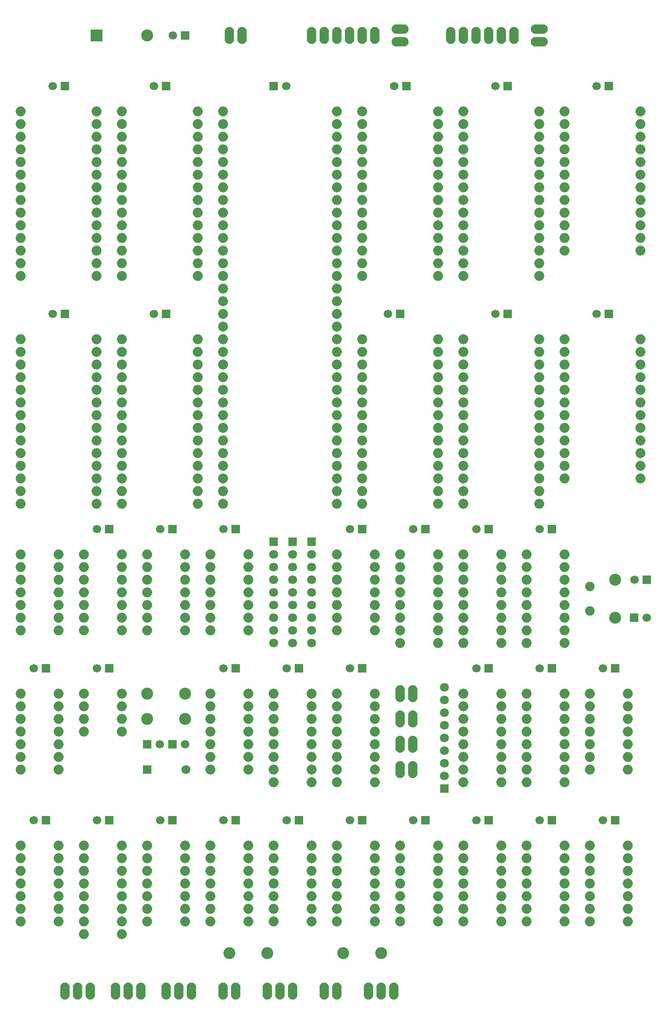
<source format=gbr>
G04 #@! TF.GenerationSoftware,KiCad,Pcbnew,(5.1.4)-1*
G04 #@! TF.CreationDate,2020-10-24T17:15:51+02:00*
G04 #@! TF.ProjectId,ts2,7473322e-6b69-4636-9164-5f7063625858,2.1*
G04 #@! TF.SameCoordinates,Original*
G04 #@! TF.FileFunction,Soldermask,Top*
G04 #@! TF.FilePolarity,Negative*
%FSLAX46Y46*%
G04 Gerber Fmt 4.6, Leading zero omitted, Abs format (unit mm)*
G04 Created by KiCad (PCBNEW (5.1.4)-1) date 2020-10-24 17:15:51*
%MOMM*%
%LPD*%
G04 APERTURE LIST*
%ADD10C,2.400000*%
%ADD11R,2.400000X2.400000*%
%ADD12R,1.700000X1.700000*%
%ADD13C,1.700000*%
%ADD14R,1.800000X1.800000*%
%ADD15C,1.800000*%
%ADD16O,1.906220X3.414980*%
%ADD17C,2.398980*%
%ADD18R,1.797000X1.797000*%
%ADD19C,1.797000*%
%ADD20O,2.000000X2.000000*%
%ADD21C,1.901140*%
%ADD22O,3.414980X1.906220*%
G04 APERTURE END LIST*
D10*
X53340520Y-22857460D03*
D11*
X43180520Y-22857460D03*
D12*
X53340000Y-165100000D03*
D13*
X55840000Y-165100000D03*
D12*
X58420000Y-165100000D03*
D13*
X60920000Y-165100000D03*
D14*
X53340000Y-170180000D03*
D15*
X61090000Y-170180000D03*
D12*
X60960000Y-22860000D03*
D13*
X58460000Y-22860000D03*
D12*
X36830000Y-33020000D03*
D13*
X34330000Y-33020000D03*
D12*
X57150000Y-33020000D03*
D13*
X54650000Y-33020000D03*
D12*
X78740000Y-33020000D03*
D13*
X81240000Y-33020000D03*
D12*
X105410000Y-33020000D03*
D13*
X102910000Y-33020000D03*
D12*
X125730000Y-33020000D03*
D13*
X123230000Y-33020000D03*
D12*
X121920000Y-149860000D03*
D13*
X119420000Y-149860000D03*
D12*
X36830000Y-78740000D03*
D13*
X34330000Y-78740000D03*
D12*
X57150000Y-78740000D03*
D13*
X54650000Y-78740000D03*
D12*
X104140000Y-78740000D03*
D13*
X101640000Y-78740000D03*
D12*
X125730000Y-78740000D03*
D13*
X123230000Y-78740000D03*
D12*
X146050000Y-33020000D03*
D13*
X143550000Y-33020000D03*
D12*
X134620000Y-149860000D03*
D13*
X132120000Y-149860000D03*
D12*
X147320000Y-180340000D03*
D13*
X144820000Y-180340000D03*
D12*
X45720000Y-121920000D03*
D13*
X43220000Y-121920000D03*
D12*
X58420000Y-121920000D03*
D13*
X55920000Y-121920000D03*
D12*
X71120000Y-121920000D03*
D13*
X68620000Y-121920000D03*
D12*
X134620000Y-121920000D03*
D13*
X132120000Y-121920000D03*
D12*
X121920000Y-121920000D03*
D13*
X119420000Y-121920000D03*
D12*
X96520000Y-121920000D03*
D13*
X94020000Y-121920000D03*
D12*
X109220000Y-121920000D03*
D13*
X106720000Y-121920000D03*
D12*
X33020000Y-149860000D03*
D13*
X30520000Y-149860000D03*
D12*
X45720000Y-149860000D03*
D13*
X43220000Y-149860000D03*
D12*
X96520000Y-149860000D03*
D13*
X94020000Y-149860000D03*
D12*
X71120000Y-149860000D03*
D13*
X68620000Y-149860000D03*
D12*
X83820000Y-149860000D03*
D13*
X81320000Y-149860000D03*
D12*
X146050000Y-78740000D03*
D13*
X143550000Y-78740000D03*
D12*
X33020000Y-180340000D03*
D13*
X30520000Y-180340000D03*
D12*
X45720000Y-180340000D03*
D13*
X43220000Y-180340000D03*
D12*
X58420000Y-180340000D03*
D13*
X55920000Y-180340000D03*
D12*
X71120000Y-180340000D03*
D13*
X68620000Y-180340000D03*
D12*
X83820000Y-180340000D03*
D13*
X81320000Y-180340000D03*
D12*
X96520000Y-180340000D03*
D13*
X94020000Y-180340000D03*
D12*
X109220000Y-180340000D03*
D13*
X106720000Y-180340000D03*
D12*
X121920000Y-180340000D03*
D13*
X119420000Y-180340000D03*
D16*
X68580000Y-214630000D03*
X71120000Y-214630000D03*
X88900000Y-214630000D03*
X91440000Y-214630000D03*
X86360000Y-22860000D03*
X88900000Y-22860000D03*
X91440000Y-22860000D03*
X93980000Y-22860000D03*
X96520000Y-22860000D03*
X99060000Y-22860000D03*
X114300000Y-22860000D03*
X116840000Y-22860000D03*
X119380000Y-22860000D03*
X121920000Y-22860000D03*
X124460000Y-22860000D03*
X127000000Y-22860000D03*
X69850000Y-22860000D03*
X72390000Y-22860000D03*
D17*
X60960000Y-154940000D03*
X53340000Y-154940000D03*
X53340000Y-160020000D03*
X60960000Y-160020000D03*
X69850000Y-207010000D03*
X77470000Y-207010000D03*
X147320000Y-139700000D03*
X147320000Y-132080000D03*
X92710000Y-207010000D03*
X100330000Y-207010000D03*
D18*
X113030000Y-173990000D03*
D19*
X113030000Y-171450000D03*
X113030000Y-168910000D03*
X113030000Y-166370000D03*
X113030000Y-163830000D03*
X113030000Y-161290000D03*
X113030000Y-158750000D03*
X113030000Y-156210000D03*
X113030000Y-153670000D03*
D18*
X86360000Y-124460000D03*
D19*
X86360000Y-127000000D03*
X86360000Y-129540000D03*
X86360000Y-132080000D03*
X86360000Y-134620000D03*
X86360000Y-137160000D03*
X86360000Y-139700000D03*
X86360000Y-142240000D03*
X86360000Y-144780000D03*
D18*
X82550000Y-124460000D03*
D19*
X82550000Y-127000000D03*
X82550000Y-129540000D03*
X82550000Y-132080000D03*
X82550000Y-134620000D03*
X82550000Y-137160000D03*
X82550000Y-139700000D03*
X82550000Y-142240000D03*
X82550000Y-144780000D03*
D18*
X78740000Y-124460000D03*
D19*
X78740000Y-127000000D03*
X78740000Y-129540000D03*
X78740000Y-132080000D03*
X78740000Y-134620000D03*
X78740000Y-137160000D03*
X78740000Y-139700000D03*
X78740000Y-142240000D03*
X78740000Y-144780000D03*
D16*
X57150000Y-214630000D03*
X59690000Y-214630000D03*
X62230000Y-214630000D03*
X46990000Y-214630000D03*
X49530000Y-214630000D03*
X52070000Y-214630000D03*
X36830000Y-214630000D03*
X39370000Y-214630000D03*
X41910000Y-214630000D03*
X97790000Y-214630000D03*
X100330000Y-214630000D03*
X102870000Y-214630000D03*
X77470000Y-214630000D03*
X80010000Y-214630000D03*
X82550000Y-214630000D03*
D20*
X40640000Y-154940000D03*
X40640000Y-157480000D03*
X40640000Y-160020000D03*
X40640000Y-162560000D03*
X48260000Y-162560000D03*
X48260000Y-160020000D03*
X48260000Y-157480000D03*
X48260000Y-154940000D03*
X27940000Y-127000000D03*
X27940000Y-129540000D03*
X27940000Y-132080000D03*
X27940000Y-134620000D03*
X27940000Y-137160000D03*
X27940000Y-139700000D03*
X27940000Y-142240000D03*
X35560000Y-142240000D03*
X35560000Y-139700000D03*
X35560000Y-137160000D03*
X35560000Y-134620000D03*
X35560000Y-132080000D03*
X35560000Y-129540000D03*
X35560000Y-127000000D03*
X40640000Y-127000000D03*
X40640000Y-129540000D03*
X40640000Y-132080000D03*
X40640000Y-134620000D03*
X40640000Y-137160000D03*
X40640000Y-139700000D03*
X40640000Y-142240000D03*
X48260000Y-142240000D03*
X48260000Y-139700000D03*
X48260000Y-137160000D03*
X48260000Y-134620000D03*
X48260000Y-132080000D03*
X48260000Y-129540000D03*
X48260000Y-127000000D03*
X27940000Y-185420000D03*
X27940000Y-187960000D03*
X27940000Y-190500000D03*
X27940000Y-193040000D03*
X27940000Y-195580000D03*
X27940000Y-198120000D03*
X27940000Y-200660000D03*
X35560000Y-200660000D03*
X35560000Y-198120000D03*
X35560000Y-195580000D03*
X35560000Y-193040000D03*
X35560000Y-190500000D03*
X35560000Y-187960000D03*
X35560000Y-185420000D03*
X27940000Y-154940000D03*
X27940000Y-157480000D03*
X27940000Y-160020000D03*
X27940000Y-162560000D03*
X27940000Y-165100000D03*
X27940000Y-167640000D03*
X27940000Y-170180000D03*
X35560000Y-170180000D03*
X35560000Y-167640000D03*
X35560000Y-165100000D03*
X35560000Y-162560000D03*
X35560000Y-160020000D03*
X35560000Y-157480000D03*
X35560000Y-154940000D03*
X53340000Y-127000000D03*
X53340000Y-129540000D03*
X53340000Y-132080000D03*
X53340000Y-134620000D03*
X53340000Y-137160000D03*
X53340000Y-139700000D03*
X53340000Y-142240000D03*
X60960000Y-142240000D03*
X60960000Y-139700000D03*
X60960000Y-137160000D03*
X60960000Y-134620000D03*
X60960000Y-132080000D03*
X60960000Y-129540000D03*
X60960000Y-127000000D03*
X66040000Y-154940000D03*
X66040000Y-157480000D03*
X66040000Y-160020000D03*
X66040000Y-162560000D03*
X66040000Y-165100000D03*
X66040000Y-167640000D03*
X66040000Y-170180000D03*
X73660000Y-170180000D03*
X73660000Y-167640000D03*
X73660000Y-165100000D03*
X73660000Y-162560000D03*
X73660000Y-160020000D03*
X73660000Y-157480000D03*
X73660000Y-154940000D03*
X53340000Y-185420000D03*
X53340000Y-187960000D03*
X53340000Y-190500000D03*
X53340000Y-193040000D03*
X53340000Y-195580000D03*
X53340000Y-198120000D03*
X53340000Y-200660000D03*
X60960000Y-200660000D03*
X60960000Y-198120000D03*
X60960000Y-195580000D03*
X60960000Y-193040000D03*
X60960000Y-190500000D03*
X60960000Y-187960000D03*
X60960000Y-185420000D03*
X66040000Y-185420000D03*
X66040000Y-187960000D03*
X66040000Y-190500000D03*
X66040000Y-193040000D03*
X66040000Y-195580000D03*
X66040000Y-198120000D03*
X66040000Y-200660000D03*
X73660000Y-200660000D03*
X73660000Y-198120000D03*
X73660000Y-195580000D03*
X73660000Y-193040000D03*
X73660000Y-190500000D03*
X73660000Y-187960000D03*
X73660000Y-185420000D03*
X78740000Y-185420000D03*
X78740000Y-187960000D03*
X78740000Y-190500000D03*
X78740000Y-193040000D03*
X78740000Y-195580000D03*
X78740000Y-198120000D03*
X78740000Y-200660000D03*
X86360000Y-200660000D03*
X86360000Y-198120000D03*
X86360000Y-195580000D03*
X86360000Y-193040000D03*
X86360000Y-190500000D03*
X86360000Y-187960000D03*
X86360000Y-185420000D03*
X91440000Y-185420000D03*
X91440000Y-187960000D03*
X91440000Y-190500000D03*
X91440000Y-193040000D03*
X91440000Y-195580000D03*
X91440000Y-198120000D03*
X91440000Y-200660000D03*
X99060000Y-200660000D03*
X99060000Y-198120000D03*
X99060000Y-195580000D03*
X99060000Y-193040000D03*
X99060000Y-190500000D03*
X99060000Y-187960000D03*
X99060000Y-185420000D03*
X104140000Y-127000000D03*
X104140000Y-129540000D03*
X104140000Y-132080000D03*
X104140000Y-134620000D03*
X104140000Y-137160000D03*
X104140000Y-139700000D03*
X104140000Y-142240000D03*
X104140000Y-144780000D03*
X111760000Y-144780000D03*
X111760000Y-142240000D03*
X111760000Y-139700000D03*
X111760000Y-137160000D03*
X111760000Y-134620000D03*
X111760000Y-132080000D03*
X111760000Y-129540000D03*
X111760000Y-127000000D03*
X91440000Y-154940000D03*
X91440000Y-157480000D03*
X91440000Y-160020000D03*
X91440000Y-162560000D03*
X91440000Y-165100000D03*
X91440000Y-167640000D03*
X91440000Y-170180000D03*
X91440000Y-172720000D03*
X99060000Y-172720000D03*
X99060000Y-170180000D03*
X99060000Y-167640000D03*
X99060000Y-165100000D03*
X99060000Y-162560000D03*
X99060000Y-160020000D03*
X99060000Y-157480000D03*
X99060000Y-154940000D03*
X104140000Y-185420000D03*
X104140000Y-187960000D03*
X104140000Y-190500000D03*
X104140000Y-193040000D03*
X104140000Y-195580000D03*
X104140000Y-198120000D03*
X104140000Y-200660000D03*
X111760000Y-200660000D03*
X111760000Y-198120000D03*
X111760000Y-195580000D03*
X111760000Y-193040000D03*
X111760000Y-190500000D03*
X111760000Y-187960000D03*
X111760000Y-185420000D03*
X91440000Y-127000000D03*
X91440000Y-129540000D03*
X91440000Y-132080000D03*
X91440000Y-134620000D03*
X91440000Y-137160000D03*
X91440000Y-139700000D03*
X91440000Y-142240000D03*
X99060000Y-142240000D03*
X99060000Y-139700000D03*
X99060000Y-137160000D03*
X99060000Y-134620000D03*
X99060000Y-132080000D03*
X99060000Y-129540000D03*
X99060000Y-127000000D03*
X66040000Y-127000000D03*
X66040000Y-129540000D03*
X66040000Y-132080000D03*
X66040000Y-134620000D03*
X66040000Y-137160000D03*
X66040000Y-139700000D03*
X66040000Y-142240000D03*
X73660000Y-142240000D03*
X73660000Y-139700000D03*
X73660000Y-137160000D03*
X73660000Y-134620000D03*
X73660000Y-132080000D03*
X73660000Y-129540000D03*
X73660000Y-127000000D03*
X78740000Y-154940000D03*
X78740000Y-157480000D03*
X78740000Y-160020000D03*
X78740000Y-162560000D03*
X78740000Y-165100000D03*
X78740000Y-167640000D03*
X78740000Y-170180000D03*
X78740000Y-172720000D03*
X86360000Y-172720000D03*
X86360000Y-170180000D03*
X86360000Y-167640000D03*
X86360000Y-165100000D03*
X86360000Y-162560000D03*
X86360000Y-160020000D03*
X86360000Y-157480000D03*
X86360000Y-154940000D03*
X116840000Y-127000000D03*
X116840000Y-129540000D03*
X116840000Y-132080000D03*
X116840000Y-134620000D03*
X116840000Y-137160000D03*
X116840000Y-139700000D03*
X116840000Y-142240000D03*
X116840000Y-144780000D03*
X124460000Y-144780000D03*
X124460000Y-142240000D03*
X124460000Y-139700000D03*
X124460000Y-137160000D03*
X124460000Y-134620000D03*
X124460000Y-132080000D03*
X124460000Y-129540000D03*
X124460000Y-127000000D03*
X129540000Y-154940000D03*
X129540000Y-157480000D03*
X129540000Y-160020000D03*
X129540000Y-162560000D03*
X129540000Y-165100000D03*
X129540000Y-167640000D03*
X129540000Y-170180000D03*
X129540000Y-172720000D03*
X137160000Y-172720000D03*
X137160000Y-170180000D03*
X137160000Y-167640000D03*
X137160000Y-165100000D03*
X137160000Y-162560000D03*
X137160000Y-160020000D03*
X137160000Y-157480000D03*
X137160000Y-154940000D03*
X116840000Y-154940000D03*
X116840000Y-157480000D03*
X116840000Y-160020000D03*
X116840000Y-162560000D03*
X116840000Y-165100000D03*
X116840000Y-167640000D03*
X116840000Y-170180000D03*
X116840000Y-172720000D03*
X124460000Y-172720000D03*
X124460000Y-170180000D03*
X124460000Y-167640000D03*
X124460000Y-165100000D03*
X124460000Y-162560000D03*
X124460000Y-160020000D03*
X124460000Y-157480000D03*
X124460000Y-154940000D03*
X116840000Y-185420000D03*
X116840000Y-187960000D03*
X116840000Y-190500000D03*
X116840000Y-193040000D03*
X116840000Y-195580000D03*
X116840000Y-198120000D03*
X116840000Y-200660000D03*
X124460000Y-200660000D03*
X124460000Y-198120000D03*
X124460000Y-195580000D03*
X124460000Y-193040000D03*
X124460000Y-190500000D03*
X124460000Y-187960000D03*
X124460000Y-185420000D03*
X129540000Y-185420000D03*
X129540000Y-187960000D03*
X129540000Y-190500000D03*
X129540000Y-193040000D03*
X129540000Y-195580000D03*
X129540000Y-198120000D03*
X129540000Y-200660000D03*
X137160000Y-200660000D03*
X137160000Y-198120000D03*
X137160000Y-195580000D03*
X137160000Y-193040000D03*
X137160000Y-190500000D03*
X137160000Y-187960000D03*
X137160000Y-185420000D03*
D21*
X142240000Y-133449060D03*
X142240000Y-138330940D03*
D20*
X137160000Y-83820000D03*
X137160000Y-86360000D03*
X137160000Y-88900000D03*
X137160000Y-91440000D03*
X137160000Y-93980000D03*
X137160000Y-96520000D03*
X137160000Y-99060000D03*
X137160000Y-101600000D03*
X137160000Y-104140000D03*
X137160000Y-106680000D03*
X137160000Y-109220000D03*
X137160000Y-111760000D03*
X152400000Y-111760000D03*
X152400000Y-109220000D03*
X152400000Y-106680000D03*
X152400000Y-104140000D03*
X152400000Y-101600000D03*
X152400000Y-99060000D03*
X152400000Y-96520000D03*
X152400000Y-93980000D03*
X152400000Y-91440000D03*
X152400000Y-88900000D03*
X152400000Y-86360000D03*
X152400000Y-83820000D03*
X68580000Y-38100000D03*
X68580000Y-40640000D03*
X68580000Y-43180000D03*
X68580000Y-45720000D03*
X68580000Y-48260000D03*
X68580000Y-50800000D03*
X68580000Y-53340000D03*
X68580000Y-55880000D03*
X68580000Y-58420000D03*
X68580000Y-60960000D03*
X68580000Y-63500000D03*
X68580000Y-66040000D03*
X68580000Y-68580000D03*
X68580000Y-71120000D03*
X68580000Y-73660000D03*
X68580000Y-76200000D03*
X68580000Y-78740000D03*
X68580000Y-81280000D03*
X68580000Y-83820000D03*
X68580000Y-86360000D03*
X68580000Y-88900000D03*
X68580000Y-91440000D03*
X68580000Y-93980000D03*
X68580000Y-96520000D03*
X68580000Y-99060000D03*
X68580000Y-101600000D03*
X68580000Y-104140000D03*
X68580000Y-106680000D03*
X68580000Y-109220000D03*
X68580000Y-111760000D03*
X68580000Y-114300000D03*
X68580000Y-116840000D03*
X91440000Y-116840000D03*
X91440000Y-114300000D03*
X91440000Y-111760000D03*
X91440000Y-109220000D03*
X91440000Y-106680000D03*
X91440000Y-104140000D03*
X91440000Y-101600000D03*
X91440000Y-99060000D03*
X91440000Y-96520000D03*
X91440000Y-93980000D03*
X91440000Y-91440000D03*
X91440000Y-88900000D03*
X91440000Y-86360000D03*
X91440000Y-83820000D03*
X91440000Y-81280000D03*
X91440000Y-78740000D03*
X91440000Y-76200000D03*
X91440000Y-73660000D03*
X91440000Y-71120000D03*
X91440000Y-68580000D03*
X91440000Y-66040000D03*
X91440000Y-63500000D03*
X91440000Y-60960000D03*
X91440000Y-58420000D03*
X91440000Y-55880000D03*
X91440000Y-53340000D03*
X91440000Y-50800000D03*
X91440000Y-48260000D03*
X91440000Y-45720000D03*
X91440000Y-43180000D03*
X91440000Y-40640000D03*
X91440000Y-38100000D03*
X27940000Y-38100000D03*
X27940000Y-40640000D03*
X27940000Y-43180000D03*
X27940000Y-45720000D03*
X27940000Y-48260000D03*
X27940000Y-50800000D03*
X27940000Y-53340000D03*
X27940000Y-55880000D03*
X27940000Y-58420000D03*
X27940000Y-60960000D03*
X27940000Y-63500000D03*
X27940000Y-66040000D03*
X27940000Y-68580000D03*
X27940000Y-71120000D03*
X43180000Y-71120000D03*
X43180000Y-68580000D03*
X43180000Y-66040000D03*
X43180000Y-63500000D03*
X43180000Y-60960000D03*
X43180000Y-58420000D03*
X43180000Y-55880000D03*
X43180000Y-53340000D03*
X43180000Y-50800000D03*
X43180000Y-48260000D03*
X43180000Y-45720000D03*
X43180000Y-43180000D03*
X43180000Y-40640000D03*
X43180000Y-38100000D03*
X27940000Y-83820000D03*
X27940000Y-86360000D03*
X27940000Y-88900000D03*
X27940000Y-91440000D03*
X27940000Y-93980000D03*
X27940000Y-96520000D03*
X27940000Y-99060000D03*
X27940000Y-101600000D03*
X27940000Y-104140000D03*
X27940000Y-106680000D03*
X27940000Y-109220000D03*
X27940000Y-111760000D03*
X27940000Y-114300000D03*
X27940000Y-116840000D03*
X43180000Y-116840000D03*
X43180000Y-114300000D03*
X43180000Y-111760000D03*
X43180000Y-109220000D03*
X43180000Y-106680000D03*
X43180000Y-104140000D03*
X43180000Y-101600000D03*
X43180000Y-99060000D03*
X43180000Y-96520000D03*
X43180000Y-93980000D03*
X43180000Y-91440000D03*
X43180000Y-88900000D03*
X43180000Y-86360000D03*
X43180000Y-83820000D03*
X48260000Y-38100000D03*
X48260000Y-40640000D03*
X48260000Y-43180000D03*
X48260000Y-45720000D03*
X48260000Y-48260000D03*
X48260000Y-50800000D03*
X48260000Y-53340000D03*
X48260000Y-55880000D03*
X48260000Y-58420000D03*
X48260000Y-60960000D03*
X48260000Y-63500000D03*
X48260000Y-66040000D03*
X48260000Y-68580000D03*
X48260000Y-71120000D03*
X63500000Y-71120000D03*
X63500000Y-68580000D03*
X63500000Y-66040000D03*
X63500000Y-63500000D03*
X63500000Y-60960000D03*
X63500000Y-58420000D03*
X63500000Y-55880000D03*
X63500000Y-53340000D03*
X63500000Y-50800000D03*
X63500000Y-48260000D03*
X63500000Y-45720000D03*
X63500000Y-43180000D03*
X63500000Y-40640000D03*
X63500000Y-38100000D03*
X48260000Y-83820000D03*
X48260000Y-86360000D03*
X48260000Y-88900000D03*
X48260000Y-91440000D03*
X48260000Y-93980000D03*
X48260000Y-96520000D03*
X48260000Y-99060000D03*
X48260000Y-101600000D03*
X48260000Y-104140000D03*
X48260000Y-106680000D03*
X48260000Y-109220000D03*
X48260000Y-111760000D03*
X48260000Y-114300000D03*
X48260000Y-116840000D03*
X63500000Y-116840000D03*
X63500000Y-114300000D03*
X63500000Y-111760000D03*
X63500000Y-109220000D03*
X63500000Y-106680000D03*
X63500000Y-104140000D03*
X63500000Y-101600000D03*
X63500000Y-99060000D03*
X63500000Y-96520000D03*
X63500000Y-93980000D03*
X63500000Y-91440000D03*
X63500000Y-88900000D03*
X63500000Y-86360000D03*
X63500000Y-83820000D03*
X96520000Y-38100000D03*
X96520000Y-40640000D03*
X96520000Y-43180000D03*
X96520000Y-45720000D03*
X96520000Y-48260000D03*
X96520000Y-50800000D03*
X96520000Y-53340000D03*
X96520000Y-55880000D03*
X96520000Y-58420000D03*
X96520000Y-60960000D03*
X96520000Y-63500000D03*
X96520000Y-66040000D03*
X96520000Y-68580000D03*
X96520000Y-71120000D03*
X111760000Y-71120000D03*
X111760000Y-68580000D03*
X111760000Y-66040000D03*
X111760000Y-63500000D03*
X111760000Y-60960000D03*
X111760000Y-58420000D03*
X111760000Y-55880000D03*
X111760000Y-53340000D03*
X111760000Y-50800000D03*
X111760000Y-48260000D03*
X111760000Y-45720000D03*
X111760000Y-43180000D03*
X111760000Y-40640000D03*
X111760000Y-38100000D03*
X96520000Y-83820000D03*
X96520000Y-86360000D03*
X96520000Y-88900000D03*
X96520000Y-91440000D03*
X96520000Y-93980000D03*
X96520000Y-96520000D03*
X96520000Y-99060000D03*
X96520000Y-101600000D03*
X96520000Y-104140000D03*
X96520000Y-106680000D03*
X96520000Y-109220000D03*
X96520000Y-111760000D03*
X96520000Y-114300000D03*
X96520000Y-116840000D03*
X111760000Y-116840000D03*
X111760000Y-114300000D03*
X111760000Y-111760000D03*
X111760000Y-109220000D03*
X111760000Y-106680000D03*
X111760000Y-104140000D03*
X111760000Y-101600000D03*
X111760000Y-99060000D03*
X111760000Y-96520000D03*
X111760000Y-93980000D03*
X111760000Y-91440000D03*
X111760000Y-88900000D03*
X111760000Y-86360000D03*
X111760000Y-83820000D03*
X116840000Y-38100000D03*
X116840000Y-40640000D03*
X116840000Y-43180000D03*
X116840000Y-45720000D03*
X116840000Y-48260000D03*
X116840000Y-50800000D03*
X116840000Y-53340000D03*
X116840000Y-55880000D03*
X116840000Y-58420000D03*
X116840000Y-60960000D03*
X116840000Y-63500000D03*
X116840000Y-66040000D03*
X116840000Y-68580000D03*
X116840000Y-71120000D03*
X132080000Y-71120000D03*
X132080000Y-68580000D03*
X132080000Y-66040000D03*
X132080000Y-63500000D03*
X132080000Y-60960000D03*
X132080000Y-58420000D03*
X132080000Y-55880000D03*
X132080000Y-53340000D03*
X132080000Y-50800000D03*
X132080000Y-48260000D03*
X132080000Y-45720000D03*
X132080000Y-43180000D03*
X132080000Y-40640000D03*
X132080000Y-38100000D03*
X116840000Y-83820000D03*
X116840000Y-86360000D03*
X116840000Y-88900000D03*
X116840000Y-91440000D03*
X116840000Y-93980000D03*
X116840000Y-96520000D03*
X116840000Y-99060000D03*
X116840000Y-101600000D03*
X116840000Y-104140000D03*
X116840000Y-106680000D03*
X116840000Y-109220000D03*
X116840000Y-111760000D03*
X116840000Y-114300000D03*
X116840000Y-116840000D03*
X132080000Y-116840000D03*
X132080000Y-114300000D03*
X132080000Y-111760000D03*
X132080000Y-109220000D03*
X132080000Y-106680000D03*
X132080000Y-104140000D03*
X132080000Y-101600000D03*
X132080000Y-99060000D03*
X132080000Y-96520000D03*
X132080000Y-93980000D03*
X132080000Y-91440000D03*
X132080000Y-88900000D03*
X132080000Y-86360000D03*
X132080000Y-83820000D03*
X137160000Y-38100000D03*
X137160000Y-40640000D03*
X137160000Y-43180000D03*
X137160000Y-45720000D03*
X137160000Y-48260000D03*
X137160000Y-50800000D03*
X137160000Y-53340000D03*
X137160000Y-55880000D03*
X137160000Y-58420000D03*
X137160000Y-60960000D03*
X137160000Y-63500000D03*
X137160000Y-66040000D03*
X152400000Y-66040000D03*
X152400000Y-63500000D03*
X152400000Y-60960000D03*
X152400000Y-58420000D03*
X152400000Y-55880000D03*
X152400000Y-53340000D03*
X152400000Y-50800000D03*
X152400000Y-48260000D03*
X152400000Y-45720000D03*
X152400000Y-43180000D03*
X152400000Y-40640000D03*
X152400000Y-38100000D03*
D16*
X106680000Y-154940000D03*
X104140000Y-154940000D03*
X104140000Y-160020000D03*
X106680000Y-160020000D03*
X106680000Y-165100000D03*
X104140000Y-165100000D03*
X104140000Y-170180000D03*
X106680000Y-170180000D03*
D22*
X104140000Y-24130000D03*
X104140000Y-21590000D03*
X132080000Y-24130000D03*
X132080000Y-21590000D03*
D12*
X153670000Y-132080000D03*
D13*
X151170000Y-132080000D03*
D12*
X151130000Y-139700000D03*
D13*
X153630000Y-139700000D03*
D20*
X40640000Y-185420000D03*
X40640000Y-187960000D03*
X40640000Y-190500000D03*
X40640000Y-193040000D03*
X40640000Y-195580000D03*
X40640000Y-198120000D03*
X40640000Y-200660000D03*
X40640000Y-203200000D03*
X48260000Y-203200000D03*
X48260000Y-200660000D03*
X48260000Y-198120000D03*
X48260000Y-195580000D03*
X48260000Y-193040000D03*
X48260000Y-190500000D03*
X48260000Y-187960000D03*
X48260000Y-185420000D03*
X129540000Y-127000000D03*
X129540000Y-129540000D03*
X129540000Y-132080000D03*
X129540000Y-134620000D03*
X129540000Y-137160000D03*
X129540000Y-139700000D03*
X129540000Y-142240000D03*
X129540000Y-144780000D03*
X137160000Y-144780000D03*
X137160000Y-142240000D03*
X137160000Y-139700000D03*
X137160000Y-137160000D03*
X137160000Y-134620000D03*
X137160000Y-132080000D03*
X137160000Y-129540000D03*
X137160000Y-127000000D03*
X142240000Y-185420000D03*
X142240000Y-187960000D03*
X142240000Y-190500000D03*
X142240000Y-193040000D03*
X142240000Y-195580000D03*
X142240000Y-198120000D03*
X142240000Y-200660000D03*
X149860000Y-200660000D03*
X149860000Y-198120000D03*
X149860000Y-195580000D03*
X149860000Y-193040000D03*
X149860000Y-190500000D03*
X149860000Y-187960000D03*
X149860000Y-185420000D03*
X142240000Y-154940000D03*
X142240000Y-157480000D03*
X142240000Y-160020000D03*
X142240000Y-162560000D03*
X142240000Y-165100000D03*
X142240000Y-167640000D03*
X142240000Y-170180000D03*
X149860000Y-170180000D03*
X149860000Y-167640000D03*
X149860000Y-165100000D03*
X149860000Y-162560000D03*
X149860000Y-160020000D03*
X149860000Y-157480000D03*
X149860000Y-154940000D03*
D12*
X147320000Y-149860000D03*
D13*
X144820000Y-149860000D03*
D12*
X134620000Y-180340000D03*
D13*
X132120000Y-180340000D03*
M02*

</source>
